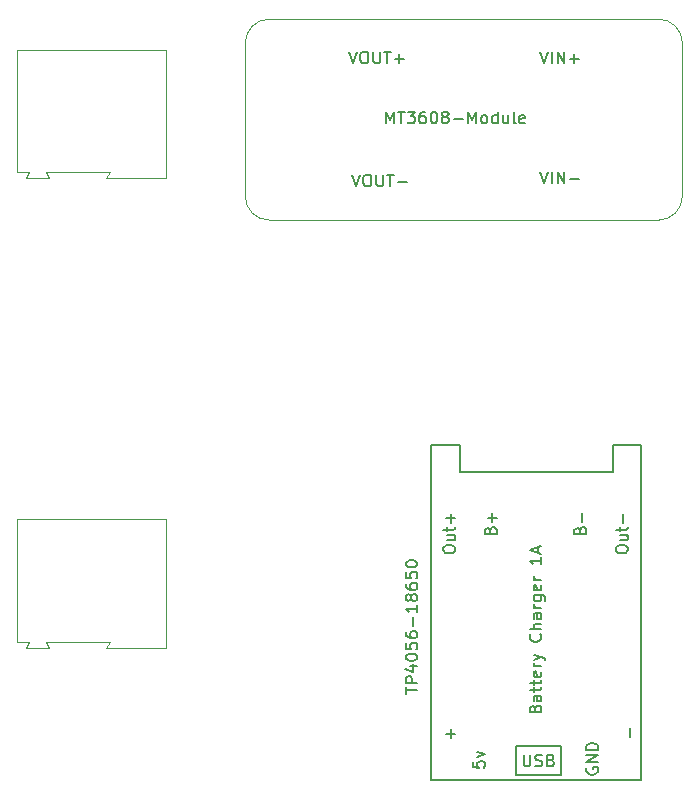
<source format=gbr>
%TF.GenerationSoftware,KiCad,Pcbnew,(6.0.8)*%
%TF.CreationDate,2022-10-31T04:00:38-03:00*%
%TF.ProjectId,pwr_mgmt,7077725f-6d67-46d7-942e-6b696361645f,0*%
%TF.SameCoordinates,Original*%
%TF.FileFunction,Legend,Top*%
%TF.FilePolarity,Positive*%
%FSLAX46Y46*%
G04 Gerber Fmt 4.6, Leading zero omitted, Abs format (unit mm)*
G04 Created by KiCad (PCBNEW (6.0.8)) date 2022-10-31 04:00:38*
%MOMM*%
%LPD*%
G01*
G04 APERTURE LIST*
%ADD10C,0.150000*%
%ADD11C,0.120000*%
G04 APERTURE END LIST*
D10*
%TO.C,REF\u002A\u002A*%
X145922857Y-98816380D02*
X145922857Y-97816380D01*
X146256190Y-98530666D01*
X146589523Y-97816380D01*
X146589523Y-98816380D01*
X146922857Y-97816380D02*
X147494285Y-97816380D01*
X147208571Y-98816380D02*
X147208571Y-97816380D01*
X147732380Y-97816380D02*
X148351428Y-97816380D01*
X148018095Y-98197333D01*
X148160952Y-98197333D01*
X148256190Y-98244952D01*
X148303809Y-98292571D01*
X148351428Y-98387809D01*
X148351428Y-98625904D01*
X148303809Y-98721142D01*
X148256190Y-98768761D01*
X148160952Y-98816380D01*
X147875238Y-98816380D01*
X147780000Y-98768761D01*
X147732380Y-98721142D01*
X149208571Y-97816380D02*
X149018095Y-97816380D01*
X148922857Y-97864000D01*
X148875238Y-97911619D01*
X148780000Y-98054476D01*
X148732380Y-98244952D01*
X148732380Y-98625904D01*
X148780000Y-98721142D01*
X148827619Y-98768761D01*
X148922857Y-98816380D01*
X149113333Y-98816380D01*
X149208571Y-98768761D01*
X149256190Y-98721142D01*
X149303809Y-98625904D01*
X149303809Y-98387809D01*
X149256190Y-98292571D01*
X149208571Y-98244952D01*
X149113333Y-98197333D01*
X148922857Y-98197333D01*
X148827619Y-98244952D01*
X148780000Y-98292571D01*
X148732380Y-98387809D01*
X149922857Y-97816380D02*
X150018095Y-97816380D01*
X150113333Y-97864000D01*
X150160952Y-97911619D01*
X150208571Y-98006857D01*
X150256190Y-98197333D01*
X150256190Y-98435428D01*
X150208571Y-98625904D01*
X150160952Y-98721142D01*
X150113333Y-98768761D01*
X150018095Y-98816380D01*
X149922857Y-98816380D01*
X149827619Y-98768761D01*
X149780000Y-98721142D01*
X149732380Y-98625904D01*
X149684761Y-98435428D01*
X149684761Y-98197333D01*
X149732380Y-98006857D01*
X149780000Y-97911619D01*
X149827619Y-97864000D01*
X149922857Y-97816380D01*
X150827619Y-98244952D02*
X150732380Y-98197333D01*
X150684761Y-98149714D01*
X150637142Y-98054476D01*
X150637142Y-98006857D01*
X150684761Y-97911619D01*
X150732380Y-97864000D01*
X150827619Y-97816380D01*
X151018095Y-97816380D01*
X151113333Y-97864000D01*
X151160952Y-97911619D01*
X151208571Y-98006857D01*
X151208571Y-98054476D01*
X151160952Y-98149714D01*
X151113333Y-98197333D01*
X151018095Y-98244952D01*
X150827619Y-98244952D01*
X150732380Y-98292571D01*
X150684761Y-98340190D01*
X150637142Y-98435428D01*
X150637142Y-98625904D01*
X150684761Y-98721142D01*
X150732380Y-98768761D01*
X150827619Y-98816380D01*
X151018095Y-98816380D01*
X151113333Y-98768761D01*
X151160952Y-98721142D01*
X151208571Y-98625904D01*
X151208571Y-98435428D01*
X151160952Y-98340190D01*
X151113333Y-98292571D01*
X151018095Y-98244952D01*
X151637142Y-98435428D02*
X152399047Y-98435428D01*
X152875238Y-98816380D02*
X152875238Y-97816380D01*
X153208571Y-98530666D01*
X153541904Y-97816380D01*
X153541904Y-98816380D01*
X154160952Y-98816380D02*
X154065714Y-98768761D01*
X154018095Y-98721142D01*
X153970476Y-98625904D01*
X153970476Y-98340190D01*
X154018095Y-98244952D01*
X154065714Y-98197333D01*
X154160952Y-98149714D01*
X154303809Y-98149714D01*
X154399047Y-98197333D01*
X154446666Y-98244952D01*
X154494285Y-98340190D01*
X154494285Y-98625904D01*
X154446666Y-98721142D01*
X154399047Y-98768761D01*
X154303809Y-98816380D01*
X154160952Y-98816380D01*
X155351428Y-98816380D02*
X155351428Y-97816380D01*
X155351428Y-98768761D02*
X155256190Y-98816380D01*
X155065714Y-98816380D01*
X154970476Y-98768761D01*
X154922857Y-98721142D01*
X154875238Y-98625904D01*
X154875238Y-98340190D01*
X154922857Y-98244952D01*
X154970476Y-98197333D01*
X155065714Y-98149714D01*
X155256190Y-98149714D01*
X155351428Y-98197333D01*
X156256190Y-98149714D02*
X156256190Y-98816380D01*
X155827619Y-98149714D02*
X155827619Y-98673523D01*
X155875238Y-98768761D01*
X155970476Y-98816380D01*
X156113333Y-98816380D01*
X156208571Y-98768761D01*
X156256190Y-98721142D01*
X156875238Y-98816380D02*
X156780000Y-98768761D01*
X156732380Y-98673523D01*
X156732380Y-97816380D01*
X157637142Y-98768761D02*
X157541904Y-98816380D01*
X157351428Y-98816380D01*
X157256190Y-98768761D01*
X157208571Y-98673523D01*
X157208571Y-98292571D01*
X157256190Y-98197333D01*
X157351428Y-98149714D01*
X157541904Y-98149714D01*
X157637142Y-98197333D01*
X157684761Y-98292571D01*
X157684761Y-98387809D01*
X157208571Y-98483047D01*
X158955714Y-92736380D02*
X159289047Y-93736380D01*
X159622380Y-92736380D01*
X159955714Y-93736380D02*
X159955714Y-92736380D01*
X160431904Y-93736380D02*
X160431904Y-92736380D01*
X161003333Y-93736380D01*
X161003333Y-92736380D01*
X161479523Y-93355428D02*
X162241428Y-93355428D01*
X161860476Y-93736380D02*
X161860476Y-92974476D01*
X143049047Y-103150380D02*
X143382380Y-104150380D01*
X143715714Y-103150380D01*
X144239523Y-103150380D02*
X144430000Y-103150380D01*
X144525238Y-103198000D01*
X144620476Y-103293238D01*
X144668095Y-103483714D01*
X144668095Y-103817047D01*
X144620476Y-104007523D01*
X144525238Y-104102761D01*
X144430000Y-104150380D01*
X144239523Y-104150380D01*
X144144285Y-104102761D01*
X144049047Y-104007523D01*
X144001428Y-103817047D01*
X144001428Y-103483714D01*
X144049047Y-103293238D01*
X144144285Y-103198000D01*
X144239523Y-103150380D01*
X145096666Y-103150380D02*
X145096666Y-103959904D01*
X145144285Y-104055142D01*
X145191904Y-104102761D01*
X145287142Y-104150380D01*
X145477619Y-104150380D01*
X145572857Y-104102761D01*
X145620476Y-104055142D01*
X145668095Y-103959904D01*
X145668095Y-103150380D01*
X146001428Y-103150380D02*
X146572857Y-103150380D01*
X146287142Y-104150380D02*
X146287142Y-103150380D01*
X146906190Y-103769428D02*
X147668095Y-103769428D01*
X158955714Y-102896380D02*
X159289047Y-103896380D01*
X159622380Y-102896380D01*
X159955714Y-103896380D02*
X159955714Y-102896380D01*
X160431904Y-103896380D02*
X160431904Y-102896380D01*
X161003333Y-103896380D01*
X161003333Y-102896380D01*
X161479523Y-103515428D02*
X162241428Y-103515428D01*
X142795047Y-92736380D02*
X143128380Y-93736380D01*
X143461714Y-92736380D01*
X143985523Y-92736380D02*
X144176000Y-92736380D01*
X144271238Y-92784000D01*
X144366476Y-92879238D01*
X144414095Y-93069714D01*
X144414095Y-93403047D01*
X144366476Y-93593523D01*
X144271238Y-93688761D01*
X144176000Y-93736380D01*
X143985523Y-93736380D01*
X143890285Y-93688761D01*
X143795047Y-93593523D01*
X143747428Y-93403047D01*
X143747428Y-93069714D01*
X143795047Y-92879238D01*
X143890285Y-92784000D01*
X143985523Y-92736380D01*
X144842666Y-92736380D02*
X144842666Y-93545904D01*
X144890285Y-93641142D01*
X144937904Y-93688761D01*
X145033142Y-93736380D01*
X145223619Y-93736380D01*
X145318857Y-93688761D01*
X145366476Y-93641142D01*
X145414095Y-93545904D01*
X145414095Y-92736380D01*
X145747428Y-92736380D02*
X146318857Y-92736380D01*
X146033142Y-93736380D02*
X146033142Y-92736380D01*
X146652190Y-93355428D02*
X147414095Y-93355428D01*
X147033142Y-93736380D02*
X147033142Y-92974476D01*
%TO.C,USB_CHRG\u002A\u002A*%
X147567880Y-147107976D02*
X147567880Y-146536547D01*
X148567880Y-146822261D02*
X147567880Y-146822261D01*
X148567880Y-146203214D02*
X147567880Y-146203214D01*
X147567880Y-145822261D01*
X147615500Y-145727023D01*
X147663119Y-145679404D01*
X147758357Y-145631785D01*
X147901214Y-145631785D01*
X147996452Y-145679404D01*
X148044071Y-145727023D01*
X148091690Y-145822261D01*
X148091690Y-146203214D01*
X147901214Y-144774642D02*
X148567880Y-144774642D01*
X147520261Y-145012738D02*
X148234547Y-145250833D01*
X148234547Y-144631785D01*
X147567880Y-144060357D02*
X147567880Y-143965119D01*
X147615500Y-143869880D01*
X147663119Y-143822261D01*
X147758357Y-143774642D01*
X147948833Y-143727023D01*
X148186928Y-143727023D01*
X148377404Y-143774642D01*
X148472642Y-143822261D01*
X148520261Y-143869880D01*
X148567880Y-143965119D01*
X148567880Y-144060357D01*
X148520261Y-144155595D01*
X148472642Y-144203214D01*
X148377404Y-144250833D01*
X148186928Y-144298452D01*
X147948833Y-144298452D01*
X147758357Y-144250833D01*
X147663119Y-144203214D01*
X147615500Y-144155595D01*
X147567880Y-144060357D01*
X147567880Y-142822261D02*
X147567880Y-143298452D01*
X148044071Y-143346071D01*
X147996452Y-143298452D01*
X147948833Y-143203214D01*
X147948833Y-142965119D01*
X147996452Y-142869880D01*
X148044071Y-142822261D01*
X148139309Y-142774642D01*
X148377404Y-142774642D01*
X148472642Y-142822261D01*
X148520261Y-142869880D01*
X148567880Y-142965119D01*
X148567880Y-143203214D01*
X148520261Y-143298452D01*
X148472642Y-143346071D01*
X147567880Y-141917500D02*
X147567880Y-142107976D01*
X147615500Y-142203214D01*
X147663119Y-142250833D01*
X147805976Y-142346071D01*
X147996452Y-142393690D01*
X148377404Y-142393690D01*
X148472642Y-142346071D01*
X148520261Y-142298452D01*
X148567880Y-142203214D01*
X148567880Y-142012738D01*
X148520261Y-141917500D01*
X148472642Y-141869880D01*
X148377404Y-141822261D01*
X148139309Y-141822261D01*
X148044071Y-141869880D01*
X147996452Y-141917500D01*
X147948833Y-142012738D01*
X147948833Y-142203214D01*
X147996452Y-142298452D01*
X148044071Y-142346071D01*
X148139309Y-142393690D01*
X148186928Y-141393690D02*
X148186928Y-140631785D01*
X148567880Y-139631785D02*
X148567880Y-140203214D01*
X148567880Y-139917500D02*
X147567880Y-139917500D01*
X147710738Y-140012738D01*
X147805976Y-140107976D01*
X147853595Y-140203214D01*
X147996452Y-139060357D02*
X147948833Y-139155595D01*
X147901214Y-139203214D01*
X147805976Y-139250833D01*
X147758357Y-139250833D01*
X147663119Y-139203214D01*
X147615500Y-139155595D01*
X147567880Y-139060357D01*
X147567880Y-138869880D01*
X147615500Y-138774642D01*
X147663119Y-138727023D01*
X147758357Y-138679404D01*
X147805976Y-138679404D01*
X147901214Y-138727023D01*
X147948833Y-138774642D01*
X147996452Y-138869880D01*
X147996452Y-139060357D01*
X148044071Y-139155595D01*
X148091690Y-139203214D01*
X148186928Y-139250833D01*
X148377404Y-139250833D01*
X148472642Y-139203214D01*
X148520261Y-139155595D01*
X148567880Y-139060357D01*
X148567880Y-138869880D01*
X148520261Y-138774642D01*
X148472642Y-138727023D01*
X148377404Y-138679404D01*
X148186928Y-138679404D01*
X148091690Y-138727023D01*
X148044071Y-138774642D01*
X147996452Y-138869880D01*
X147567880Y-137822261D02*
X147567880Y-138012738D01*
X147615500Y-138107976D01*
X147663119Y-138155595D01*
X147805976Y-138250833D01*
X147996452Y-138298452D01*
X148377404Y-138298452D01*
X148472642Y-138250833D01*
X148520261Y-138203214D01*
X148567880Y-138107976D01*
X148567880Y-137917500D01*
X148520261Y-137822261D01*
X148472642Y-137774642D01*
X148377404Y-137727023D01*
X148139309Y-137727023D01*
X148044071Y-137774642D01*
X147996452Y-137822261D01*
X147948833Y-137917500D01*
X147948833Y-138107976D01*
X147996452Y-138203214D01*
X148044071Y-138250833D01*
X148139309Y-138298452D01*
X147567880Y-136822261D02*
X147567880Y-137298452D01*
X148044071Y-137346071D01*
X147996452Y-137298452D01*
X147948833Y-137203214D01*
X147948833Y-136965119D01*
X147996452Y-136869880D01*
X148044071Y-136822261D01*
X148139309Y-136774642D01*
X148377404Y-136774642D01*
X148472642Y-136822261D01*
X148520261Y-136869880D01*
X148567880Y-136965119D01*
X148567880Y-137203214D01*
X148520261Y-137298452D01*
X148472642Y-137346071D01*
X147567880Y-136155595D02*
X147567880Y-136060357D01*
X147615500Y-135965119D01*
X147663119Y-135917500D01*
X147758357Y-135869880D01*
X147948833Y-135822261D01*
X148186928Y-135822261D01*
X148377404Y-135869880D01*
X148472642Y-135917500D01*
X148520261Y-135965119D01*
X148567880Y-136060357D01*
X148567880Y-136155595D01*
X148520261Y-136250833D01*
X148472642Y-136298452D01*
X148377404Y-136346071D01*
X148186928Y-136393690D01*
X147948833Y-136393690D01*
X147758357Y-136346071D01*
X147663119Y-136298452D01*
X147615500Y-136250833D01*
X147567880Y-136155595D01*
X162915500Y-153379404D02*
X162867880Y-153474642D01*
X162867880Y-153617500D01*
X162915500Y-153760357D01*
X163010738Y-153855595D01*
X163105976Y-153903214D01*
X163296452Y-153950833D01*
X163439309Y-153950833D01*
X163629785Y-153903214D01*
X163725023Y-153855595D01*
X163820261Y-153760357D01*
X163867880Y-153617500D01*
X163867880Y-153522261D01*
X163820261Y-153379404D01*
X163772642Y-153331785D01*
X163439309Y-153331785D01*
X163439309Y-153522261D01*
X163867880Y-152903214D02*
X162867880Y-152903214D01*
X163867880Y-152331785D01*
X162867880Y-152331785D01*
X163867880Y-151855595D02*
X162867880Y-151855595D01*
X162867880Y-151617500D01*
X162915500Y-151474642D01*
X163010738Y-151379404D01*
X163105976Y-151331785D01*
X163296452Y-151284166D01*
X163439309Y-151284166D01*
X163629785Y-151331785D01*
X163725023Y-151379404D01*
X163820261Y-151474642D01*
X163867880Y-151617500D01*
X163867880Y-151855595D01*
X166586928Y-150798452D02*
X166586928Y-150036547D01*
X154744071Y-133265119D02*
X154791690Y-133122261D01*
X154839309Y-133074642D01*
X154934547Y-133027023D01*
X155077404Y-133027023D01*
X155172642Y-133074642D01*
X155220261Y-133122261D01*
X155267880Y-133217500D01*
X155267880Y-133598452D01*
X154267880Y-133598452D01*
X154267880Y-133265119D01*
X154315500Y-133169880D01*
X154363119Y-133122261D01*
X154458357Y-133074642D01*
X154553595Y-133074642D01*
X154648833Y-133122261D01*
X154696452Y-133169880D01*
X154744071Y-133265119D01*
X154744071Y-133598452D01*
X154886928Y-132598452D02*
X154886928Y-131836547D01*
X155267880Y-132217500D02*
X154505976Y-132217500D01*
X165367880Y-134969880D02*
X165367880Y-134779404D01*
X165415500Y-134684166D01*
X165510738Y-134588928D01*
X165701214Y-134541309D01*
X166034547Y-134541309D01*
X166225023Y-134588928D01*
X166320261Y-134684166D01*
X166367880Y-134779404D01*
X166367880Y-134969880D01*
X166320261Y-135065119D01*
X166225023Y-135160357D01*
X166034547Y-135207976D01*
X165701214Y-135207976D01*
X165510738Y-135160357D01*
X165415500Y-135065119D01*
X165367880Y-134969880D01*
X165701214Y-133684166D02*
X166367880Y-133684166D01*
X165701214Y-134112738D02*
X166225023Y-134112738D01*
X166320261Y-134065119D01*
X166367880Y-133969880D01*
X166367880Y-133827023D01*
X166320261Y-133731785D01*
X166272642Y-133684166D01*
X165701214Y-133350833D02*
X165701214Y-132969880D01*
X165367880Y-133207976D02*
X166225023Y-133207976D01*
X166320261Y-133160357D01*
X166367880Y-133065119D01*
X166367880Y-132969880D01*
X165986928Y-132636547D02*
X165986928Y-131874642D01*
X151386928Y-150898452D02*
X151386928Y-150136547D01*
X151767880Y-150517500D02*
X151005976Y-150517500D01*
X158544071Y-148360357D02*
X158591690Y-148217500D01*
X158639309Y-148169880D01*
X158734547Y-148122261D01*
X158877404Y-148122261D01*
X158972642Y-148169880D01*
X159020261Y-148217500D01*
X159067880Y-148312738D01*
X159067880Y-148693690D01*
X158067880Y-148693690D01*
X158067880Y-148360357D01*
X158115500Y-148265119D01*
X158163119Y-148217500D01*
X158258357Y-148169880D01*
X158353595Y-148169880D01*
X158448833Y-148217500D01*
X158496452Y-148265119D01*
X158544071Y-148360357D01*
X158544071Y-148693690D01*
X159067880Y-147265119D02*
X158544071Y-147265119D01*
X158448833Y-147312738D01*
X158401214Y-147407976D01*
X158401214Y-147598452D01*
X158448833Y-147693690D01*
X159020261Y-147265119D02*
X159067880Y-147360357D01*
X159067880Y-147598452D01*
X159020261Y-147693690D01*
X158925023Y-147741309D01*
X158829785Y-147741309D01*
X158734547Y-147693690D01*
X158686928Y-147598452D01*
X158686928Y-147360357D01*
X158639309Y-147265119D01*
X158401214Y-146931785D02*
X158401214Y-146550833D01*
X158067880Y-146788928D02*
X158925023Y-146788928D01*
X159020261Y-146741309D01*
X159067880Y-146646071D01*
X159067880Y-146550833D01*
X158401214Y-146360357D02*
X158401214Y-145979404D01*
X158067880Y-146217500D02*
X158925023Y-146217500D01*
X159020261Y-146169880D01*
X159067880Y-146074642D01*
X159067880Y-145979404D01*
X159020261Y-145265119D02*
X159067880Y-145360357D01*
X159067880Y-145550833D01*
X159020261Y-145646071D01*
X158925023Y-145693690D01*
X158544071Y-145693690D01*
X158448833Y-145646071D01*
X158401214Y-145550833D01*
X158401214Y-145360357D01*
X158448833Y-145265119D01*
X158544071Y-145217500D01*
X158639309Y-145217500D01*
X158734547Y-145693690D01*
X159067880Y-144788928D02*
X158401214Y-144788928D01*
X158591690Y-144788928D02*
X158496452Y-144741309D01*
X158448833Y-144693690D01*
X158401214Y-144598452D01*
X158401214Y-144503214D01*
X158401214Y-144265119D02*
X159067880Y-144027023D01*
X158401214Y-143788928D02*
X159067880Y-144027023D01*
X159305976Y-144122261D01*
X159353595Y-144169880D01*
X159401214Y-144265119D01*
X158972642Y-142074642D02*
X159020261Y-142122261D01*
X159067880Y-142265119D01*
X159067880Y-142360357D01*
X159020261Y-142503214D01*
X158925023Y-142598452D01*
X158829785Y-142646071D01*
X158639309Y-142693690D01*
X158496452Y-142693690D01*
X158305976Y-142646071D01*
X158210738Y-142598452D01*
X158115500Y-142503214D01*
X158067880Y-142360357D01*
X158067880Y-142265119D01*
X158115500Y-142122261D01*
X158163119Y-142074642D01*
X159067880Y-141646071D02*
X158067880Y-141646071D01*
X159067880Y-141217500D02*
X158544071Y-141217500D01*
X158448833Y-141265119D01*
X158401214Y-141360357D01*
X158401214Y-141503214D01*
X158448833Y-141598452D01*
X158496452Y-141646071D01*
X159067880Y-140312738D02*
X158544071Y-140312738D01*
X158448833Y-140360357D01*
X158401214Y-140455595D01*
X158401214Y-140646071D01*
X158448833Y-140741309D01*
X159020261Y-140312738D02*
X159067880Y-140407976D01*
X159067880Y-140646071D01*
X159020261Y-140741309D01*
X158925023Y-140788928D01*
X158829785Y-140788928D01*
X158734547Y-140741309D01*
X158686928Y-140646071D01*
X158686928Y-140407976D01*
X158639309Y-140312738D01*
X159067880Y-139836547D02*
X158401214Y-139836547D01*
X158591690Y-139836547D02*
X158496452Y-139788928D01*
X158448833Y-139741309D01*
X158401214Y-139646071D01*
X158401214Y-139550833D01*
X158401214Y-138788928D02*
X159210738Y-138788928D01*
X159305976Y-138836547D01*
X159353595Y-138884166D01*
X159401214Y-138979404D01*
X159401214Y-139122261D01*
X159353595Y-139217500D01*
X159020261Y-138788928D02*
X159067880Y-138884166D01*
X159067880Y-139074642D01*
X159020261Y-139169880D01*
X158972642Y-139217500D01*
X158877404Y-139265119D01*
X158591690Y-139265119D01*
X158496452Y-139217500D01*
X158448833Y-139169880D01*
X158401214Y-139074642D01*
X158401214Y-138884166D01*
X158448833Y-138788928D01*
X159020261Y-137931785D02*
X159067880Y-138027023D01*
X159067880Y-138217500D01*
X159020261Y-138312738D01*
X158925023Y-138360357D01*
X158544071Y-138360357D01*
X158448833Y-138312738D01*
X158401214Y-138217500D01*
X158401214Y-138027023D01*
X158448833Y-137931785D01*
X158544071Y-137884166D01*
X158639309Y-137884166D01*
X158734547Y-138360357D01*
X159067880Y-137455595D02*
X158401214Y-137455595D01*
X158591690Y-137455595D02*
X158496452Y-137407976D01*
X158448833Y-137360357D01*
X158401214Y-137265119D01*
X158401214Y-137169880D01*
X159067880Y-135550833D02*
X159067880Y-136122261D01*
X159067880Y-135836547D02*
X158067880Y-135836547D01*
X158210738Y-135931785D01*
X158305976Y-136027023D01*
X158353595Y-136122261D01*
X158782166Y-135169880D02*
X158782166Y-134693690D01*
X159067880Y-135265119D02*
X158067880Y-134931785D01*
X159067880Y-134598452D01*
X162344071Y-133265119D02*
X162391690Y-133122261D01*
X162439309Y-133074642D01*
X162534547Y-133027023D01*
X162677404Y-133027023D01*
X162772642Y-133074642D01*
X162820261Y-133122261D01*
X162867880Y-133217500D01*
X162867880Y-133598452D01*
X161867880Y-133598452D01*
X161867880Y-133265119D01*
X161915500Y-133169880D01*
X161963119Y-133122261D01*
X162058357Y-133074642D01*
X162153595Y-133074642D01*
X162248833Y-133122261D01*
X162296452Y-133169880D01*
X162344071Y-133265119D01*
X162344071Y-133598452D01*
X162486928Y-132598452D02*
X162486928Y-131836547D01*
X153267880Y-152860357D02*
X153267880Y-153336547D01*
X153744071Y-153384166D01*
X153696452Y-153336547D01*
X153648833Y-153241309D01*
X153648833Y-153003214D01*
X153696452Y-152907976D01*
X153744071Y-152860357D01*
X153839309Y-152812738D01*
X154077404Y-152812738D01*
X154172642Y-152860357D01*
X154220261Y-152907976D01*
X154267880Y-153003214D01*
X154267880Y-153241309D01*
X154220261Y-153336547D01*
X154172642Y-153384166D01*
X153601214Y-152479404D02*
X154267880Y-152241309D01*
X153601214Y-152003214D01*
X157553595Y-152269880D02*
X157553595Y-153079404D01*
X157601214Y-153174642D01*
X157648833Y-153222261D01*
X157744071Y-153269880D01*
X157934547Y-153269880D01*
X158029785Y-153222261D01*
X158077404Y-153174642D01*
X158125023Y-153079404D01*
X158125023Y-152269880D01*
X158553595Y-153222261D02*
X158696452Y-153269880D01*
X158934547Y-153269880D01*
X159029785Y-153222261D01*
X159077404Y-153174642D01*
X159125023Y-153079404D01*
X159125023Y-152984166D01*
X159077404Y-152888928D01*
X159029785Y-152841309D01*
X158934547Y-152793690D01*
X158744071Y-152746071D01*
X158648833Y-152698452D01*
X158601214Y-152650833D01*
X158553595Y-152555595D01*
X158553595Y-152460357D01*
X158601214Y-152365119D01*
X158648833Y-152317500D01*
X158744071Y-152269880D01*
X158982166Y-152269880D01*
X159125023Y-152317500D01*
X159886928Y-152746071D02*
X160029785Y-152793690D01*
X160077404Y-152841309D01*
X160125023Y-152936547D01*
X160125023Y-153079404D01*
X160077404Y-153174642D01*
X160029785Y-153222261D01*
X159934547Y-153269880D01*
X159553595Y-153269880D01*
X159553595Y-152269880D01*
X159886928Y-152269880D01*
X159982166Y-152317500D01*
X160029785Y-152365119D01*
X160077404Y-152460357D01*
X160077404Y-152555595D01*
X160029785Y-152650833D01*
X159982166Y-152698452D01*
X159886928Y-152746071D01*
X159553595Y-152746071D01*
X150767880Y-134969880D02*
X150767880Y-134779404D01*
X150815500Y-134684166D01*
X150910738Y-134588928D01*
X151101214Y-134541309D01*
X151434547Y-134541309D01*
X151625023Y-134588928D01*
X151720261Y-134684166D01*
X151767880Y-134779404D01*
X151767880Y-134969880D01*
X151720261Y-135065119D01*
X151625023Y-135160357D01*
X151434547Y-135207976D01*
X151101214Y-135207976D01*
X150910738Y-135160357D01*
X150815500Y-135065119D01*
X150767880Y-134969880D01*
X151101214Y-133684166D02*
X151767880Y-133684166D01*
X151101214Y-134112738D02*
X151625023Y-134112738D01*
X151720261Y-134065119D01*
X151767880Y-133969880D01*
X151767880Y-133827023D01*
X151720261Y-133731785D01*
X151672642Y-133684166D01*
X151101214Y-133350833D02*
X151101214Y-132969880D01*
X150767880Y-133207976D02*
X151625023Y-133207976D01*
X151720261Y-133160357D01*
X151767880Y-133065119D01*
X151767880Y-132969880D01*
X151386928Y-132636547D02*
X151386928Y-131874642D01*
X151767880Y-132255595D02*
X151005976Y-132255595D01*
D11*
%TO.C,REF\u002A\u002A*%
X171000000Y-105000000D02*
X171000000Y-92000000D01*
X169000000Y-90000000D02*
X136000000Y-90000000D01*
X136000000Y-107000000D02*
X169000000Y-107000000D01*
X134000000Y-92000000D02*
X134000000Y-105000000D01*
X136000000Y-90000000D02*
G75*
G03*
X134000000Y-92000000I-1J-1999999D01*
G01*
X171000000Y-92000000D02*
G75*
G03*
X169000000Y-90000000I-2000000J0D01*
G01*
X169000000Y-107000000D02*
G75*
G03*
X171000000Y-105000000I0J2000000D01*
G01*
X134000000Y-105000000D02*
G75*
G03*
X136000000Y-107000000I2000000J0D01*
G01*
X115400000Y-143200000D02*
X117300000Y-143200000D01*
X127300000Y-132350000D02*
X114700000Y-132350000D01*
X117100000Y-142700000D02*
X122500000Y-142700000D01*
X115650000Y-142700000D02*
X115400000Y-143200000D01*
X114700000Y-132350000D02*
X114700000Y-142700000D01*
X122500000Y-142700000D02*
X122200000Y-143200000D01*
X117350000Y-143200000D02*
X117100000Y-142700000D01*
X127300000Y-143200000D02*
X127300000Y-132350000D01*
X117300000Y-143200000D02*
X117350000Y-143200000D01*
X122200000Y-143200000D02*
X127300000Y-143200000D01*
X114700000Y-142700000D02*
X115650000Y-142700000D01*
D10*
%TO.C,USB_CHRG\u002A\u002A*%
X152215500Y-126017500D02*
X152215500Y-128317500D01*
X156915500Y-151517500D02*
X160715500Y-151517500D01*
X165115500Y-128317500D02*
X165115500Y-128017500D01*
X149715500Y-126017500D02*
X152215500Y-126017500D01*
X152215500Y-128317500D02*
X165115500Y-128317500D01*
X156915500Y-154017500D02*
X156915500Y-151517500D01*
X167515500Y-154417500D02*
X149715500Y-154417500D01*
X167515500Y-126017500D02*
X167515500Y-154417500D01*
X149715500Y-128117500D02*
X149715500Y-126017500D01*
X160715500Y-151517500D02*
X160715500Y-154017500D01*
X165115500Y-126017500D02*
X165415500Y-126017500D01*
X165115500Y-128117500D02*
X165115500Y-126017500D01*
X149715500Y-154417500D02*
X149715500Y-128117500D01*
X165415500Y-126017500D02*
X167515500Y-126017500D01*
X160715500Y-154017500D02*
X157015500Y-154017500D01*
D11*
%TO.C,REF\u002A\u002A*%
X117100000Y-102935000D02*
X122500000Y-102935000D01*
X122200000Y-103435000D02*
X127300000Y-103435000D01*
X115400000Y-103435000D02*
X117300000Y-103435000D01*
X122500000Y-102935000D02*
X122200000Y-103435000D01*
X114700000Y-102935000D02*
X115650000Y-102935000D01*
X117300000Y-103435000D02*
X117350000Y-103435000D01*
X114700000Y-92585000D02*
X114700000Y-102935000D01*
X127300000Y-103435000D02*
X127300000Y-92585000D01*
X115650000Y-102935000D02*
X115400000Y-103435000D01*
X127300000Y-92585000D02*
X114700000Y-92585000D01*
X117350000Y-103435000D02*
X117100000Y-102935000D01*
%TD*%
M02*

</source>
